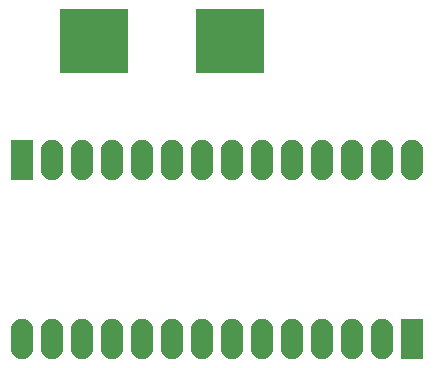
<source format=gbr>
G04 #@! TF.FileFunction,Soldermask,Bot*
%FSLAX46Y46*%
G04 Gerber Fmt 4.6, Leading zero omitted, Abs format (unit mm)*
G04 Created by KiCad (PCBNEW 4.0.2-4+6225~38~ubuntu14.04.1-stable) date lun 04 abr 2016 12:34:46 ART*
%MOMM*%
G01*
G04 APERTURE LIST*
%ADD10C,0.100000*%
%ADD11R,5.800000X5.400000*%
%ADD12O,1.906220X3.414980*%
%ADD13R,1.906220X3.414980*%
G04 APERTURE END LIST*
D10*
D11*
X152350000Y-87030000D03*
X140850000Y-87030000D03*
D12*
X144940000Y-97100000D03*
X147480000Y-97100000D03*
X150020000Y-97100000D03*
X152560000Y-97100000D03*
X155100000Y-97100000D03*
X157640000Y-97100000D03*
X160180000Y-97100000D03*
X162720000Y-97100000D03*
X165260000Y-97100000D03*
X142400000Y-97100000D03*
X139860000Y-97100000D03*
X137320000Y-97100000D03*
X167800000Y-97100000D03*
D13*
X134780000Y-97100000D03*
D12*
X157580000Y-112300000D03*
X155040000Y-112300000D03*
X152500000Y-112300000D03*
X149960000Y-112300000D03*
X147420000Y-112300000D03*
X144880000Y-112300000D03*
X142340000Y-112300000D03*
X139800000Y-112300000D03*
X137260000Y-112300000D03*
X160120000Y-112300000D03*
X162660000Y-112300000D03*
X165200000Y-112300000D03*
X134720000Y-112300000D03*
D13*
X167740000Y-112300000D03*
M02*

</source>
